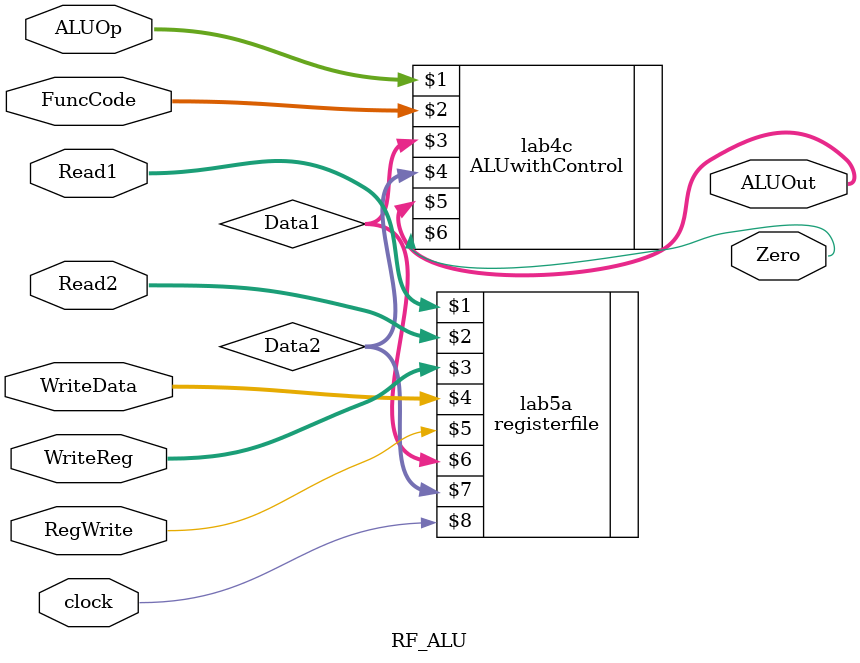
<source format=v>
`timescale 1ns / 1ps

module RF_ALU(Read1, Read2, WriteReg, WriteData, RegWrite, clock, FuncCode, ALUOp, ALUOut, Zero);
	input		[5:0]		Read1;
	input		[5:0]		Read2;
	input		[5:0] 	WriteReg;
	input		[31:0]	WriteData;
	input					RegWrite;
	input					clock;
	input 	[5:0]		FuncCode;
	input		[1:0]		ALUOp;
	output 	[31:0] 	ALUOut;
	output			 	Zero;
	wire		[31:0]	Data1;
	wire		[31:0]	Data2;
	
	registerfile	lab5a (Read1, Read2, WriteReg, WriteData, RegWrite, Data1, Data2, clock);
	ALUwithControl	lab4c (ALUOp, FuncCode, Data1, Data2, ALUOut, Zero);

endmodule

</source>
